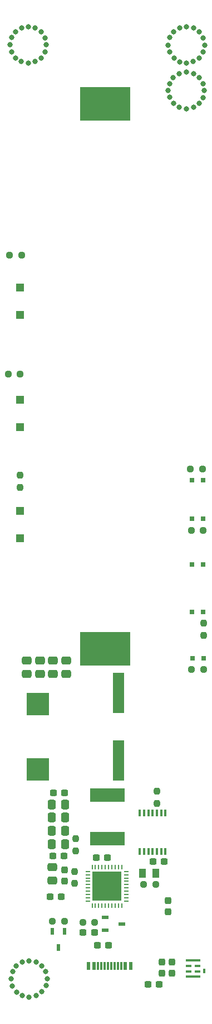
<source format=gtp>
%TF.GenerationSoftware,KiCad,Pcbnew,7.0.8*%
%TF.CreationDate,2023-11-02T15:01:11+01:00*%
%TF.ProjectId,led-tube,6c65642d-7475-4626-952e-6b696361645f,rev?*%
%TF.SameCoordinates,Original*%
%TF.FileFunction,Paste,Top*%
%TF.FilePolarity,Positive*%
%FSLAX46Y46*%
G04 Gerber Fmt 4.6, Leading zero omitted, Abs format (unit mm)*
G04 Created by KiCad (PCBNEW 7.0.8) date 2023-11-02 15:01:11*
%MOMM*%
%LPD*%
G01*
G04 APERTURE LIST*
G04 Aperture macros list*
%AMRoundRect*
0 Rectangle with rounded corners*
0 $1 Rounding radius*
0 $2 $3 $4 $5 $6 $7 $8 $9 X,Y pos of 4 corners*
0 Add a 4 corners polygon primitive as box body*
4,1,4,$2,$3,$4,$5,$6,$7,$8,$9,$2,$3,0*
0 Add four circle primitives for the rounded corners*
1,1,$1+$1,$2,$3*
1,1,$1+$1,$4,$5*
1,1,$1+$1,$6,$7*
1,1,$1+$1,$8,$9*
0 Add four rect primitives between the rounded corners*
20,1,$1+$1,$2,$3,$4,$5,0*
20,1,$1+$1,$4,$5,$6,$7,0*
20,1,$1+$1,$6,$7,$8,$9,0*
20,1,$1+$1,$8,$9,$2,$3,0*%
G04 Aperture macros list end*
%ADD10RoundRect,0.237500X-0.300000X-0.237500X0.300000X-0.237500X0.300000X0.237500X-0.300000X0.237500X0*%
%ADD11RoundRect,0.237500X0.250000X0.237500X-0.250000X0.237500X-0.250000X-0.237500X0.250000X-0.237500X0*%
%ADD12RoundRect,0.237500X0.237500X-0.250000X0.237500X0.250000X-0.237500X0.250000X-0.237500X-0.250000X0*%
%ADD13RoundRect,0.250000X0.475000X-0.337500X0.475000X0.337500X-0.475000X0.337500X-0.475000X-0.337500X0*%
%ADD14RoundRect,0.237500X-0.250000X-0.237500X0.250000X-0.237500X0.250000X0.237500X-0.250000X0.237500X0*%
%ADD15RoundRect,0.250000X0.337500X0.475000X-0.337500X0.475000X-0.337500X-0.475000X0.337500X-0.475000X0*%
%ADD16R,1.200000X1.200000*%
%ADD17RoundRect,0.237500X0.237500X-0.300000X0.237500X0.300000X-0.237500X0.300000X-0.237500X-0.300000X0*%
%ADD18R,1.130000X1.380000*%
%ADD19R,0.950000X0.400000*%
%ADD20R,2.300000X0.350000*%
%ADD21R,0.350000X0.650000*%
%ADD22C,0.800000*%
%ADD23R,1.750000X6.200000*%
%ADD24R,0.800000X0.800000*%
%ADD25R,7.620000X5.080000*%
%ADD26R,5.300000X2.000000*%
%ADD27R,0.600000X1.300000*%
%ADD28R,0.300000X1.300000*%
%ADD29R,0.304801X0.990602*%
%ADD30R,0.600000X1.070000*%
%ADD31RoundRect,0.237500X-0.237500X0.250000X-0.237500X-0.250000X0.237500X-0.250000X0.237500X0.250000X0*%
%ADD32RoundRect,0.237500X0.300000X0.237500X-0.300000X0.237500X-0.300000X-0.237500X0.300000X-0.237500X0*%
%ADD33R,0.660000X0.280000*%
%ADD34R,0.280000X0.660000*%
%ADD35R,4.420000X4.420000*%
%ADD36R,3.500000X3.500000*%
%ADD37R,1.070000X0.600000*%
G04 APERTURE END LIST*
D10*
%TO.C,C2*%
X622887487Y-527925070D03*
X624612487Y-527925070D03*
%TD*%
D11*
%TO.C,R9*%
X602912500Y-436000000D03*
X601087500Y-436000000D03*
%TD*%
D12*
%TO.C,R15*%
X602700000Y-471212500D03*
X602700000Y-469387500D03*
%TD*%
D13*
%TO.C,C17*%
X609700000Y-499537500D03*
X609700000Y-497462500D03*
%TD*%
D14*
%TO.C,R8*%
X628787500Y-498800000D03*
X630612500Y-498800000D03*
%TD*%
D15*
%TO.C,C8*%
X609537500Y-525300000D03*
X607462500Y-525300000D03*
%TD*%
D13*
%TO.C,C19*%
X605700000Y-499537500D03*
X605700000Y-497462500D03*
%TD*%
D16*
%TO.C,SW2*%
X602700000Y-457900000D03*
X602700000Y-462100000D03*
%TD*%
D17*
%TO.C,C15*%
X624300000Y-544885000D03*
X624300000Y-543160000D03*
%TD*%
D18*
%TO.C,RT1*%
X621300000Y-529700000D03*
X623300000Y-529700000D03*
%TD*%
D13*
%TO.C,C18*%
X607700000Y-499537500D03*
X607700000Y-497462500D03*
%TD*%
D16*
%TO.C,SW1*%
X602700000Y-440900000D03*
X602700000Y-445100000D03*
%TD*%
D14*
%TO.C,R7*%
X628611198Y-468400000D03*
X630436198Y-468400000D03*
%TD*%
D10*
%TO.C,C3*%
X607237500Y-533300000D03*
X608962500Y-533300000D03*
%TD*%
%TO.C,C51*%
X622137500Y-546600000D03*
X623862500Y-546600000D03*
%TD*%
D19*
%TO.C,MIC1*%
X628340000Y-544600000D03*
X629700000Y-544600000D03*
X629700000Y-543760000D03*
X628340000Y-543760000D03*
D20*
X629020000Y-542950000D03*
X629020000Y-545410000D03*
D21*
X630740000Y-544505000D03*
%TD*%
D22*
%TO.C,U11*%
X604050000Y-548486400D03*
X603008600Y-548283200D03*
X605091400Y-548257800D03*
X602145000Y-547724400D03*
X606005800Y-547699000D03*
X601510000Y-546835400D03*
X606615400Y-546784600D03*
X601281400Y-545743200D03*
X606818600Y-545743200D03*
X606590000Y-544651000D03*
X601535400Y-544600200D03*
X602119600Y-543762000D03*
X606005800Y-543762000D03*
X603034000Y-543177800D03*
X605142200Y-543177800D03*
X604050000Y-543000000D03*
%TD*%
%TO.C,U10*%
X625225600Y-411014600D03*
X625428800Y-409973200D03*
X625454200Y-412056000D03*
X625987600Y-409109600D03*
X626013000Y-412970400D03*
X626876600Y-408474600D03*
X626927400Y-413580000D03*
X627968800Y-408246000D03*
X627968800Y-413783200D03*
X629061000Y-413554600D03*
X629111800Y-408500000D03*
X629950000Y-409084200D03*
X629950000Y-412970400D03*
X630534200Y-409998600D03*
X630534200Y-412106800D03*
X630712000Y-411014600D03*
%TD*%
D11*
%TO.C,R2*%
X614062500Y-537200000D03*
X612237500Y-537200000D03*
%TD*%
D15*
%TO.C,C10*%
X609537500Y-523300000D03*
X607462500Y-523300000D03*
%TD*%
D12*
%TO.C,R5*%
X611150000Y-526312500D03*
X611150000Y-524487500D03*
%TD*%
D17*
%TO.C,C6*%
X609422500Y-530912500D03*
X609422500Y-529187500D03*
%TD*%
D22*
%TO.C,U15*%
X603907800Y-406861400D03*
X602866400Y-406658200D03*
X604949200Y-406632800D03*
X602002800Y-406099400D03*
X605863600Y-406074000D03*
X601367800Y-405210400D03*
X606473200Y-405159600D03*
X601139200Y-404118200D03*
X606676400Y-404118200D03*
X606447800Y-403026000D03*
X601393200Y-402975200D03*
X601977400Y-402137000D03*
X605863600Y-402137000D03*
X602891800Y-401552800D03*
X605000000Y-401552800D03*
X603907800Y-401375000D03*
%TD*%
D16*
%TO.C,SW3*%
X602700000Y-474750000D03*
X602700000Y-478950000D03*
%TD*%
D12*
%TO.C,R6*%
X630600000Y-493625000D03*
X630600000Y-491800000D03*
%TD*%
D11*
%TO.C,R4*%
X623312500Y-531400000D03*
X621487500Y-531400000D03*
%TD*%
D23*
%TO.C,C63*%
X617700000Y-512650000D03*
X617700000Y-502350000D03*
%TD*%
D14*
%TO.C,R10*%
X607587500Y-537000000D03*
X609412500Y-537000000D03*
%TD*%
D24*
%TO.C,U4*%
X628847396Y-476000000D03*
X630549200Y-476000000D03*
%TD*%
D15*
%TO.C,C12*%
X609537500Y-519300000D03*
X607462500Y-519300000D03*
%TD*%
D13*
%TO.C,C20*%
X603700000Y-499537500D03*
X603700000Y-497462500D03*
%TD*%
D25*
%TO.C,BT1*%
X615600000Y-413090000D03*
X615600000Y-495710000D03*
%TD*%
D24*
%TO.C,U9*%
X630500000Y-470100000D03*
X628798196Y-470100000D03*
%TD*%
D26*
%TO.C,F1*%
X616000000Y-517900000D03*
X616000000Y-524500000D03*
%TD*%
D27*
%TO.C,U2*%
X613120061Y-543807556D03*
X613919908Y-543807556D03*
D28*
X615070023Y-543807556D03*
X616070023Y-543807556D03*
X616569895Y-543807556D03*
X617569895Y-543807556D03*
D27*
X619519857Y-543807556D03*
X618720010Y-543807556D03*
D28*
X618070023Y-543807556D03*
X617070023Y-543807556D03*
X615569895Y-543807556D03*
X614569895Y-543807556D03*
%TD*%
D29*
%TO.C,U6*%
X624799949Y-520600000D03*
X624149962Y-520600000D03*
X623499974Y-520600000D03*
X622849987Y-520600000D03*
X622200000Y-520600000D03*
X621550012Y-520600000D03*
X620900025Y-520600000D03*
X620900025Y-526450140D03*
X621550012Y-526450140D03*
X622200000Y-526450140D03*
X622849987Y-526450140D03*
X623499974Y-526450140D03*
X624149962Y-526450140D03*
X624799949Y-526450140D03*
%TD*%
D17*
%TO.C,C1*%
X625200000Y-535562500D03*
X625200000Y-533837500D03*
%TD*%
D15*
%TO.C,C11*%
X609537500Y-521300000D03*
X607462500Y-521300000D03*
%TD*%
D30*
%TO.C,Q1*%
X609450000Y-538520000D03*
X607550000Y-538520000D03*
X608500000Y-541000000D03*
%TD*%
D31*
%TO.C,R3*%
X610950000Y-529437500D03*
X610950000Y-531262500D03*
%TD*%
D17*
%TO.C,C16*%
X625800000Y-544885000D03*
X625800000Y-543160000D03*
%TD*%
D24*
%TO.C,U3*%
X628847396Y-490100000D03*
X630549200Y-490100000D03*
%TD*%
%TO.C,U8*%
X630600000Y-497100000D03*
X628898196Y-497100000D03*
%TD*%
D10*
%TO.C,C7*%
X607660000Y-527100000D03*
X609385000Y-527100000D03*
%TD*%
D32*
%TO.C,C13*%
X609462500Y-517500000D03*
X607737500Y-517500000D03*
%TD*%
D11*
%TO.C,R13*%
X630562500Y-477750000D03*
X628737500Y-477750000D03*
%TD*%
D14*
%TO.C,R14*%
X600887500Y-454000000D03*
X602712500Y-454000000D03*
%TD*%
D13*
%TO.C,C5*%
X607622500Y-530837500D03*
X607622500Y-528762500D03*
%TD*%
D32*
%TO.C,C52*%
X616162500Y-540650000D03*
X614437500Y-540650000D03*
%TD*%
D22*
%TO.C,U14*%
X627994200Y-406871600D03*
X626952800Y-406668400D03*
X629035600Y-406643000D03*
X626089200Y-406109600D03*
X629950000Y-406084200D03*
X625454200Y-405220600D03*
X630559600Y-405169800D03*
X625225600Y-404128400D03*
X630762800Y-404128400D03*
X630534200Y-403036200D03*
X625479600Y-402985400D03*
X626063800Y-402147200D03*
X629950000Y-402147200D03*
X626978200Y-401563000D03*
X629086400Y-401563000D03*
X627994200Y-401385200D03*
%TD*%
D33*
%TO.C,U5*%
X618810000Y-533950000D03*
X618810000Y-533450000D03*
X618810000Y-532950000D03*
X618810000Y-532450000D03*
X618810000Y-531950000D03*
X618810000Y-531450000D03*
X618810000Y-530950000D03*
X618810000Y-530450000D03*
X618810000Y-529950000D03*
X618810000Y-529450000D03*
D34*
X618150000Y-528790000D03*
X617650000Y-528790000D03*
X617150000Y-528790000D03*
X616650000Y-528790000D03*
X616150000Y-528790000D03*
X615650000Y-528790000D03*
X615150000Y-528790000D03*
X614650000Y-528790000D03*
X614150000Y-528790000D03*
X613650000Y-528790000D03*
D33*
X612990000Y-529450000D03*
X612990000Y-529950000D03*
X612990000Y-530450000D03*
X612990000Y-530950000D03*
X612990000Y-531450000D03*
X612990000Y-531950000D03*
X612990000Y-532450000D03*
X612990000Y-532950000D03*
X612990000Y-533450000D03*
X612990000Y-533950000D03*
D34*
X613650000Y-534610000D03*
X614150000Y-534610000D03*
X614650000Y-534610000D03*
X615150000Y-534610000D03*
X615650000Y-534610000D03*
X616150000Y-534610000D03*
X616650000Y-534610000D03*
X617150000Y-534610000D03*
X617650000Y-534610000D03*
X618150000Y-534610000D03*
D35*
X615900000Y-531700000D03*
%TD*%
D10*
%TO.C,C4*%
X612287500Y-538700000D03*
X614012500Y-538700000D03*
%TD*%
D36*
%TO.C,L1*%
X605400000Y-513950000D03*
X605400000Y-504050000D03*
%TD*%
D37*
%TO.C,Q2*%
X615660000Y-536450000D03*
X615660000Y-538350000D03*
X618140000Y-537400000D03*
%TD*%
D24*
%TO.C,U7*%
X630500000Y-482900000D03*
X628798196Y-482900000D03*
%TD*%
D32*
%TO.C,C9*%
X616012500Y-527350000D03*
X614287500Y-527350000D03*
%TD*%
D31*
%TO.C,R1*%
X623500000Y-517287500D03*
X623500000Y-519112500D03*
%TD*%
M02*

</source>
